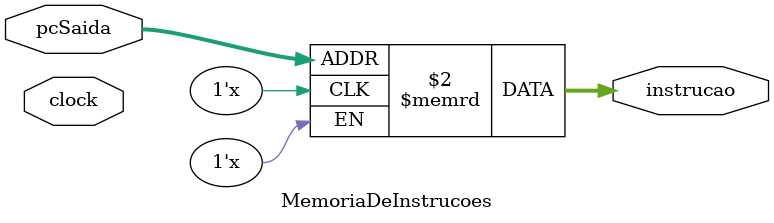
<source format=v>
module MemoriaDeInstrucoes(clock, pcSaida, instrucao);
    input clock;
    input[7:0] pcSaida;
    output reg[7:0] instrucao;

    reg[7:0] MemID[255:0];
    
    always@ (pcSaida)begin
        instrucao = MemID[pcSaida];
    end

endmodule
</source>
